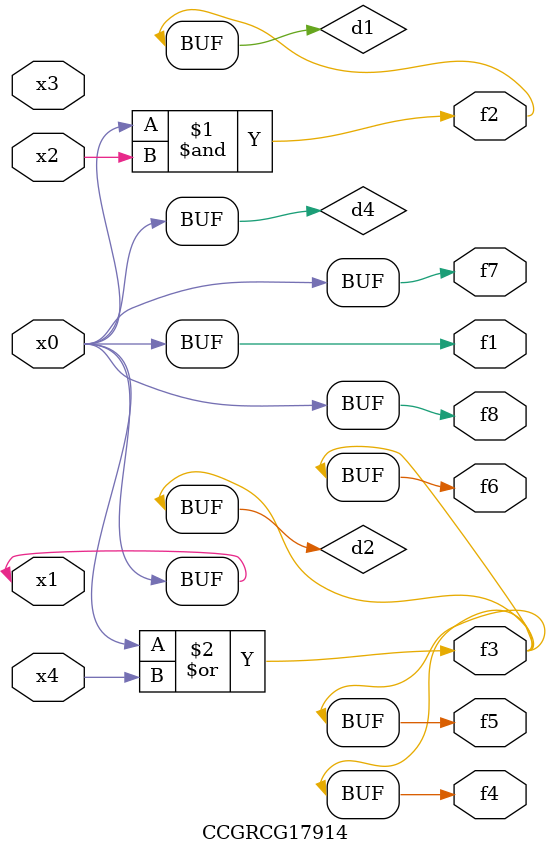
<source format=v>
module CCGRCG17914(
	input x0, x1, x2, x3, x4,
	output f1, f2, f3, f4, f5, f6, f7, f8
);

	wire d1, d2, d3, d4;

	and (d1, x0, x2);
	or (d2, x0, x4);
	nand (d3, x0, x2);
	buf (d4, x0, x1);
	assign f1 = d4;
	assign f2 = d1;
	assign f3 = d2;
	assign f4 = d2;
	assign f5 = d2;
	assign f6 = d2;
	assign f7 = d4;
	assign f8 = d4;
endmodule

</source>
